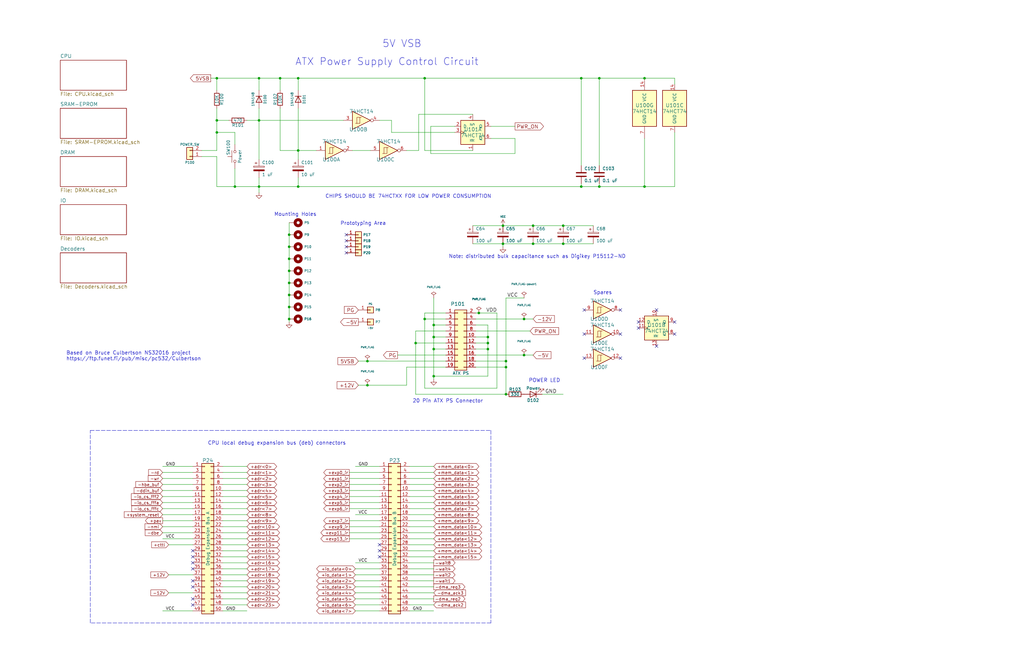
<source format=kicad_sch>
(kicad_sch (version 20211123) (generator eeschema)
  (paper "B")
  (lib_symbols
    (symbol "74xx:74HC14" (pin_names (offset 1.016))
      (property "Reference" "U" (at 0 1.27 0))
      (property "Value" "74HC14" (at 0 -1.27 0))
      (symbol "74HC14_1_0"
        (pin input line (at -7.62 0 0) (length 3.81) (name "~") (number "1"))
        (pin output inverted (at 7.62 0 180) (length 3.81) (name "~") (number "2"))
      )
      (symbol "74HC14_2_0"
        (pin input line (at -7.62 0 0) (length 3.81) (name "~") (number "3"))
        (pin output inverted (at 7.62 0 180) (length 3.81) (name "~") (number "4"))
      )
      (symbol "74HC14_3_0"
        (pin input line (at -7.62 0 0) (length 3.81) (name "~") (number "5"))
        (pin output inverted (at 7.62 0 180) (length 3.81) (name "~") (number "6"))
      )
      (symbol "74HC14_4_0"
        (pin output inverted (at 7.62 0 180) (length 3.81) (name "~") (number "8"))
        (pin input line (at -7.62 0 0) (length 3.81) (name "~") (number "9"))
      )
      (symbol "74HC14_5_0"
        (pin output inverted (at 7.62 0 180) (length 3.81) (name "~") (number "10"))
        (pin input line (at -7.62 0 0) (length 3.81) (name "~") (number "11"))
      )
      (symbol "74HC14_6_0"
        (pin output inverted (at 7.62 0 180) (length 3.81) (name "~") (number "12"))
        (pin input line (at -7.62 0 0) (length 3.81) (name "~") (number "13"))
      )
      (symbol "74HC14_7_0"
        (pin power_in line (at 0 12.7 270) (length 5.08) (name "VCC") (number "14"))
        (pin power_in line (at 0 -12.7 90) (length 5.08) (name "GND") (number "7"))
      )
    )
    (symbol "74xx:74HC74" (pin_names (offset 1.016))
      (property "Reference" "U" (at -7.62 8.89 0))
      (property "Value" "74HC74" (at -7.62 -8.89 0))
      (symbol "74HC74_1_0"
        (pin input line (at 0 -7.62 90) (length 2.54) (name "~{R}") (number "1"))
        (pin input line (at -7.62 2.54 0) (length 2.54) (name "D") (number "2"))
        (pin input clock (at -7.62 0 0) (length 2.54) (name "C") (number "3"))
        (pin input line (at 0 7.62 270) (length 2.54) (name "~{S}") (number "4"))
        (pin output line (at 7.62 2.54 180) (length 2.54) (name "Q") (number "5"))
        (pin output line (at 7.62 -2.54 180) (length 2.54) (name "~{Q}") (number "6"))
      )
      (symbol "74HC74_2_0"
        (pin input line (at 0 7.62 270) (length 2.54) (name "~{S}") (number "10"))
        (pin input clock (at -7.62 0 0) (length 2.54) (name "C") (number "11"))
        (pin input line (at -7.62 2.54 0) (length 2.54) (name "D") (number "12"))
        (pin input line (at 0 -7.62 90) (length 2.54) (name "~{R}") (number "13"))
        (pin output line (at 7.62 -2.54 180) (length 2.54) (name "~{Q}") (number "8"))
        (pin output line (at 7.62 2.54 180) (length 2.54) (name "Q") (number "9"))
      )
      (symbol "74HC74_3_0"
        (pin power_in line (at 0 10.16 270) (length 2.54) (name "VCC") (number "14"))
        (pin power_in line (at 0 -10.16 90) (length 2.54) (name "GND") (number "7"))
      )
    )
    (symbol "Connector_Generic:Conn_01x01" (pin_names (offset 1.016) hide)
      (property "Reference" "J" (at 0 2.54 0))
      (property "Value" "Conn_01x01" (at 0 -2.54 0))
      (symbol "Conn_01x01_1_1"
        (pin passive line (at -5.08 0 0) (length 3.81) (name "Pin_1") (number "1"))
      )
    )
    (symbol "Connector_Generic:Conn_01x02" (pin_names (offset 1.016) hide)
      (property "Reference" "J" (at 0 2.54 0))
      (property "Value" "Conn_01x02" (at 0 -5.08 0))
      (symbol "Conn_01x02_1_1"
        (pin passive line (at -5.08 0 0) (length 3.81) (name "Pin_1") (number "1"))
        (pin passive line (at -5.08 -2.54 0) (length 3.81) (name "Pin_2") (number "2"))
      )
    )
    (symbol "Connector_Generic:Conn_02x10_Odd_Even" (pin_names (offset 1.016) hide)
      (property "Reference" "J" (at 1.27 12.7 0))
      (property "Value" "Conn_02x10_Odd_Even" (at 1.27 -15.24 0))
      (symbol "Conn_02x10_Odd_Even_1_1"
        (pin passive line (at -5.08 10.16 0) (length 3.81) (name "Pin_1") (number "1"))
        (pin passive line (at 7.62 0 180) (length 3.81) (name "Pin_10") (number "10"))
        (pin passive line (at -5.08 -2.54 0) (length 3.81) (name "Pin_11") (number "11"))
        (pin passive line (at 7.62 -2.54 180) (length 3.81) (name "Pin_12") (number "12"))
        (pin passive line (at -5.08 -5.08 0) (length 3.81) (name "Pin_13") (number "13"))
        (pin passive line (at 7.62 -5.08 180) (length 3.81) (name "Pin_14") (number "14"))
        (pin passive line (at -5.08 -7.62 0) (length 3.81) (name "Pin_15") (number "15"))
        (pin passive line (at 7.62 -7.62 180) (length 3.81) (name "Pin_16") (number "16"))
        (pin passive line (at -5.08 -10.16 0) (length 3.81) (name "Pin_17") (number "17"))
        (pin passive line (at 7.62 -10.16 180) (length 3.81) (name "Pin_18") (number "18"))
        (pin passive line (at -5.08 -12.7 0) (length 3.81) (name "Pin_19") (number "19"))
        (pin passive line (at 7.62 10.16 180) (length 3.81) (name "Pin_2") (number "2"))
        (pin passive line (at 7.62 -12.7 180) (length 3.81) (name "Pin_20") (number "20"))
        (pin passive line (at -5.08 7.62 0) (length 3.81) (name "Pin_3") (number "3"))
        (pin passive line (at 7.62 7.62 180) (length 3.81) (name "Pin_4") (number "4"))
        (pin passive line (at -5.08 5.08 0) (length 3.81) (name "Pin_5") (number "5"))
        (pin passive line (at 7.62 5.08 180) (length 3.81) (name "Pin_6") (number "6"))
        (pin passive line (at -5.08 2.54 0) (length 3.81) (name "Pin_7") (number "7"))
        (pin passive line (at 7.62 2.54 180) (length 3.81) (name "Pin_8") (number "8"))
        (pin passive line (at -5.08 0 0) (length 3.81) (name "Pin_9") (number "9"))
      )
    )
    (symbol "Connector_Generic:Conn_02x25_Odd_Even" (pin_names (offset 1.016) hide)
      (property "Reference" "J" (at 1.27 33.02 0))
      (property "Value" "Conn_02x25_Odd_Even" (at 1.27 -33.02 0))
      (symbol "Conn_02x25_Odd_Even_1_1"
        (pin passive line (at -5.08 30.48 0) (length 3.81) (name "Pin_1") (number "1"))
        (pin passive line (at 7.62 20.32 180) (length 3.81) (name "Pin_10") (number "10"))
        (pin passive line (at -5.08 17.78 0) (length 3.81) (name "Pin_11") (number "11"))
        (pin passive line (at 7.62 17.78 180) (length 3.81) (name "Pin_12") (number "12"))
        (pin passive line (at -5.08 15.24 0) (length 3.81) (name "Pin_13") (number "13"))
        (pin passive line (at 7.62 15.24 180) (length 3.81) (name "Pin_14") (number "14"))
        (pin passive line (at -5.08 12.7 0) (length 3.81) (name "Pin_15") (number "15"))
        (pin passive line (at 7.62 12.7 180) (length 3.81) (name "Pin_16") (number "16"))
        (pin passive line (at -5.08 10.16 0) (length 3.81) (name "Pin_17") (number "17"))
        (pin passive line (at 7.62 10.16 180) (length 3.81) (name "Pin_18") (number "18"))
        (pin passive line (at -5.08 7.62 0) (length 3.81) (name "Pin_19") (number "19"))
        (pin passive line (at 7.62 30.48 180) (length 3.81) (name "Pin_2") (number "2"))
        (pin passive line (at 7.62 7.62 180) (length 3.81) (name "Pin_20") (number "20"))
        (pin passive line (at -5.08 5.08 0) (length 3.81) (name "Pin_21") (number "21"))
        (pin passive line (at 7.62 5.08 180) (length 3.81) (name "Pin_22") (number "22"))
        (pin passive line (at -5.08 2.54 0) (length 3.81) (name "Pin_23") (number "23"))
        (pin passive line (at 7.62 2.54 180) (length 3.81) (name "Pin_24") (number "24"))
        (pin passive line (at -5.08 0 0) (length 3.81) (name "Pin_25") (number "25"))
        (pin passive line (at 7.62 0 180) (length 3.81) (name "Pin_26") (number "26"))
        (pin passive line (at -5.08 -2.54 0) (length 3.81) (name "Pin_27") (number "27"))
        (pin passive line (at 7.62 -2.54 180) (length 3.81) (name "Pin_28") (number "28"))
        (pin passive line (at -5.08 -5.08 0) (length 3.81) (name "Pin_29") (number "29"))
        (pin passive line (at -5.08 27.94 0) (length 3.81) (name "Pin_3") (number "3"))
        (pin passive line (at 7.62 -5.08 180) (length 3.81) (name "Pin_30") (number "30"))
        (pin passive line (at -5.08 -7.62 0) (length 3.81) (name "Pin_31") (number "31"))
        (pin passive line (at 7.62 -7.62 180) (length 3.81) (name "Pin_32") (number "32"))
        (pin passive line (at -5.08 -10.16 0) (length 3.81) (name "Pin_33") (number "33"))
        (pin passive line (at 7.62 -10.16 180) (length 3.81) (name "Pin_34") (number "34"))
        (pin passive line (at -5.08 -12.7 0) (length 3.81) (name "Pin_35") (number "35"))
        (pin passive line (at 7.62 -12.7 180) (length 3.81) (name "Pin_36") (number "36"))
        (pin passive line (at -5.08 -15.24 0) (length 3.81) (name "Pin_37") (number "37"))
        (pin passive line (at 7.62 -15.24 180) (length 3.81) (name "Pin_38") (number "38"))
        (pin passive line (at -5.08 -17.78 0) (length 3.81) (name "Pin_39") (number "39"))
        (pin passive line (at 7.62 27.94 180) (length 3.81) (name "Pin_4") (number "4"))
        (pin passive line (at 7.62 -17.78 180) (length 3.81) (name "Pin_40") (number "40"))
        (pin passive line (at -5.08 -20.32 0) (length 3.81) (name "Pin_41") (number "41"))
        (pin passive line (at 7.62 -20.32 180) (length 3.81) (name "Pin_42") (number "42"))
        (pin passive line (at -5.08 -22.86 0) (length 3.81) (name "Pin_43") (number "43"))
        (pin passive line (at 7.62 -22.86 180) (length 3.81) (name "Pin_44") (number "44"))
        (pin passive line (at -5.08 -25.4 0) (length 3.81) (name "Pin_45") (number "45"))
        (pin passive line (at 7.62 -25.4 180) (length 3.81) (name "Pin_46") (number "46"))
        (pin passive line (at -5.08 -27.94 0) (length 3.81) (name "Pin_47") (number "47"))
        (pin passive line (at 7.62 -27.94 180) (length 3.81) (name "Pin_48") (number "48"))
        (pin passive line (at -5.08 -30.48 0) (length 3.81) (name "Pin_49") (number "49"))
        (pin passive line (at -5.08 25.4 0) (length 3.81) (name "Pin_5") (number "5"))
        (pin passive line (at 7.62 -30.48 180) (length 3.81) (name "Pin_50") (number "50"))
        (pin passive line (at 7.62 25.4 180) (length 3.81) (name "Pin_6") (number "6"))
        (pin passive line (at -5.08 22.86 0) (length 3.81) (name "Pin_7") (number "7"))
        (pin passive line (at 7.62 22.86 180) (length 3.81) (name "Pin_8") (number "8"))
        (pin passive line (at -5.08 20.32 0) (length 3.81) (name "Pin_9") (number "9"))
      )
    )
    (symbol "Device:C" (pin_numbers hide) (pin_names (offset 0.254))
      (property "Reference" "C" (at 0.635 2.54 0))
      (property "Value" "C" (at 0.635 -2.54 0))
      (symbol "C_1_1"
        (pin passive line (at 0 3.81 270) (length 2.794) (name "~") (number "1"))
        (pin passive line (at 0 -3.81 90) (length 2.794) (name "~") (number "2"))
      )
    )
    (symbol "Device:C_Polarized" (pin_numbers hide) (pin_names (offset 0.254))
      (property "Reference" "C" (at 0.635 2.54 0))
      (property "Value" "C_Polarized" (at 0.635 -2.54 0))
      (symbol "C_Polarized_1_1"
        (pin passive line (at 0 3.81 270) (length 2.794) (name "~") (number "1"))
        (pin passive line (at 0 -3.81 90) (length 2.794) (name "~") (number "2"))
      )
    )
    (symbol "Device:D" (pin_numbers hide) (pin_names (offset 1.016) hide)
      (property "Reference" "D" (at 0 2.54 0))
      (property "Value" "D" (at 0 -2.54 0))
      (symbol "D_1_1"
        (pin passive line (at -3.81 0 0) (length 2.54) (name "K") (number "1"))
        (pin passive line (at 3.81 0 180) (length 2.54) (name "A") (number "2"))
      )
    )
    (symbol "Device:LED" (pin_numbers hide) (pin_names (offset 1.016) hide)
      (property "Reference" "D" (at 0 2.54 0))
      (property "Value" "LED" (at 0 -2.54 0))
      (symbol "LED_1_1"
        (pin passive line (at -3.81 0 0) (length 2.54) (name "K") (number "1"))
        (pin passive line (at 3.81 0 180) (length 2.54) (name "A") (number "2"))
      )
    )
    (symbol "Device:R" (pin_numbers hide) (pin_names (offset 0))
      (property "Reference" "R" (at 2.032 0 90))
      (property "Value" "R" (at 0 0 90))
      (symbol "R_1_1"
        (pin passive line (at 0 3.81 270) (length 1.27) (name "~") (number "1"))
        (pin passive line (at 0 -3.81 90) (length 1.27) (name "~") (number "2"))
      )
    )
    (symbol "Mechanical:MountingHole_Pad" (pin_numbers hide) (pin_names (offset 1.016) hide)
      (property "Reference" "H" (at 0 6.35 0))
      (property "Value" "MountingHole_Pad" (at 0 4.445 0))
      (symbol "MountingHole_Pad_1_1"
        (pin input line (at 0 -2.54 90) (length 2.54) (name "1") (number "1"))
      )
    )
    (symbol "Switch:SW_Push" (pin_numbers hide) (pin_names (offset 1.016) hide)
      (property "Reference" "SW" (at 1.27 2.54 0))
      (property "Value" "SW_Push" (at 0 -1.524 0))
      (symbol "SW_Push_0_1"
        (pin passive line (at -5.08 0 0) (length 2.54) (name "1") (number "1"))
        (pin passive line (at 5.08 0 180) (length 2.54) (name "2") (number "2"))
      )
    )
    (symbol "power:GND" (power) (pin_names (offset 0))
      (property "Value" "GND" (at 0 -3.81 0))
      (symbol "GND_1_1"
        (pin power_in line (at 0 0 270) (length 0) hide (name "GND") (number "1"))
      )
    )
    (symbol "power:PWR_FLAG" (power) (pin_numbers hide) (pin_names (offset 0) hide)
      (property "Value" "PWR_FLAG" (at 0 3.81 0))
      (symbol "PWR_FLAG_0_0"
        (pin power_out line (at 0 0 90) (length 0) (name "pwr") (number "1"))
      )
    )
    (symbol "power:VCC" (power) (pin_names (offset 0))
      (property "Value" "VCC" (at 0 3.81 0))
      (symbol "VCC_1_1"
        (pin power_in line (at 0 0 90) (length 0) hide (name "VCC") (number "1"))
      )
    )
  )
  (junction (at 109.22 78.74))
  (junction (at 212.09 95.25))
  (junction (at 179.07 33.02))
  (junction (at 213.36 166.37))
  (junction (at 121.92 134.62))
  (junction (at 125.73 78.74))
  (junction (at 121.92 114.3))
  (junction (at 212.09 102.87))
  (junction (at 205.74 142.24))
  (junction (at 154.94 152.4))
  (junction (at 213.36 152.4))
  (junction (at 271.78 33.02))
  (junction (at 245.11 78.74))
  (junction (at 237.49 95.25))
  (junction (at 220.98 134.62))
  (junction (at 224.79 102.87))
  (junction (at 91.44 33.02))
  (junction (at 213.36 154.94))
  (junction (at 237.49 102.87))
  (junction (at 205.74 144.78))
  (junction (at 121.92 129.54))
  (junction (at 224.79 95.25))
  (junction (at 109.22 33.02))
  (junction (at 91.44 55.88))
  (junction (at 182.88 147.32))
  (junction (at 182.88 158.75))
  (junction (at 125.73 63.5))
  (junction (at 271.78 78.74))
  (junction (at 175.26 144.78))
  (junction (at 182.88 142.24))
  (junction (at 91.44 50.8))
  (junction (at 125.73 33.02))
  (junction (at 182.88 137.16))
  (junction (at 154.94 162.56))
  (junction (at 109.22 50.8))
  (junction (at 121.92 109.22))
  (junction (at 121.92 99.06))
  (junction (at 245.11 33.02))
  (junction (at 205.74 147.32))
  (junction (at 252.73 78.74))
  (junction (at 201.93 132.08))
  (junction (at 99.06 78.74))
  (junction (at 179.07 134.62))
  (junction (at 252.73 33.02))
  (junction (at 121.92 119.38))
  (junction (at 118.11 33.02))
  (junction (at 121.92 104.14))
  (junction (at 121.92 124.46))
  (junction (at 220.98 149.86))
  (no_connect (at 276.86 146.05))
  (no_connect (at 261.62 151.13))
  (no_connect (at 160.02 234.95))
  (no_connect (at 81.28 240.03))
  (no_connect (at 81.28 234.95))
  (no_connect (at 146.05 104.14))
  (no_connect (at 81.28 245.11))
  (no_connect (at 246.38 151.13))
  (no_connect (at 81.28 255.27))
  (no_connect (at 81.28 247.65))
  (no_connect (at 269.24 138.43))
  (no_connect (at 160.02 229.87))
  (no_connect (at 261.62 140.97))
  (no_connect (at 81.28 237.49))
  (no_connect (at 246.38 130.81))
  (no_connect (at 160.02 232.41))
  (no_connect (at 146.05 99.06))
  (no_connect (at 269.24 135.89))
  (no_connect (at 276.86 130.81))
  (no_connect (at 261.62 130.81))
  (no_connect (at 81.28 252.73))
  (no_connect (at 146.05 101.6))
  (no_connect (at 246.38 140.97))
  (no_connect (at 146.05 106.68))
  (no_connect (at 284.48 140.97))
  (no_connect (at 284.48 135.89))
  (no_connect (at 81.28 232.41))
  (wire (pts (xy 181.61 53.34) (xy 191.77 53.34)))
  (wire (pts (xy 172.72 212.09) (xy 182.88 212.09)))
  (wire (pts (xy 284.48 78.74) (xy 271.78 78.74)))
  (wire (pts (xy 171.45 63.5) (xy 176.53 63.5)))
  (wire (pts (xy 93.98 242.57) (xy 104.14 242.57)))
  (wire (pts (xy 109.22 50.8) (xy 144.78 50.8)))
  (wire (pts (xy 217.17 58.42) (xy 217.17 64.77)))
  (wire (pts (xy 181.61 64.77) (xy 181.61 53.34)))
  (wire (pts (xy 151.13 152.4) (xy 154.94 152.4)))
  (wire (pts (xy 151.13 162.56) (xy 154.94 162.56)))
  (wire (pts (xy 212.09 104.14) (xy 212.09 102.87)))
  (wire (pts (xy 81.28 199.39) (xy 68.58 199.39)))
  (wire (pts (xy 199.39 95.25) (xy 212.09 95.25)))
  (wire (pts (xy 209.55 163.83) (xy 209.55 132.08)))
  (wire (pts (xy 160.02 214.63) (xy 147.32 214.63)))
  (wire (pts (xy 160.02 227.33) (xy 147.32 227.33)))
  (wire (pts (xy 172.72 209.55) (xy 182.88 209.55)))
  (wire (pts (xy 200.66 152.4) (xy 213.36 152.4)))
  (wire (pts (xy 81.28 212.09) (xy 68.58 212.09)))
  (wire (pts (xy 160.02 209.55) (xy 147.32 209.55)))
  (wire (pts (xy 179.07 132.08) (xy 179.07 134.62)))
  (wire (pts (xy 200.66 134.62) (xy 220.98 134.62)))
  (wire (pts (xy 172.72 255.27) (xy 182.88 255.27)))
  (wire (pts (xy 91.44 33.02) (xy 91.44 38.1)))
  (wire (pts (xy 118.11 63.5) (xy 125.73 63.5)))
  (wire (pts (xy 160.02 199.39) (xy 147.32 199.39)))
  (wire (pts (xy 172.72 196.85) (xy 182.88 196.85)))
  (wire (pts (xy 160.02 247.65) (xy 149.86 247.65)))
  (wire (pts (xy 154.94 152.4) (xy 187.96 152.4)))
  (wire (pts (xy 109.22 50.8) (xy 109.22 67.31)))
  (wire (pts (xy 165.1 55.88) (xy 165.1 50.8)))
  (wire (pts (xy 81.28 204.47) (xy 68.58 204.47)))
  (wire (pts (xy 200.66 149.86) (xy 220.98 149.86)))
  (wire (pts (xy 182.88 242.57) (xy 172.72 242.57)))
  (wire (pts (xy 172.72 204.47) (xy 182.88 204.47)))
  (wire (pts (xy 224.79 102.87) (xy 237.49 102.87)))
  (wire (pts (xy 271.78 58.42) (xy 271.78 78.74)))
  (wire (pts (xy 205.74 137.16) (xy 200.66 137.16)))
  (wire (pts (xy 81.28 207.01) (xy 68.58 207.01)))
  (wire (pts (xy 172.72 252.73) (xy 182.88 252.73)))
  (wire (pts (xy 271.78 33.02) (xy 284.48 33.02)))
  (wire (pts (xy 182.88 158.75) (xy 182.88 160.02)))
  (wire (pts (xy 118.11 33.02) (xy 118.11 38.1)))
  (wire (pts (xy 91.44 33.02) (xy 109.22 33.02)))
  (wire (pts (xy 91.44 55.88) (xy 99.06 55.88)))
  (wire (pts (xy 182.88 142.24) (xy 182.88 147.32)))
  (wire (pts (xy 172.72 222.25) (xy 182.88 222.25)))
  (wire (pts (xy 175.26 139.7) (xy 175.26 144.78)))
  (wire (pts (xy 148.59 63.5) (xy 156.21 63.5)))
  (wire (pts (xy 252.73 77.47) (xy 252.73 78.74)))
  (wire (pts (xy 91.44 66.04) (xy 91.44 78.74)))
  (wire (pts (xy 93.98 227.33) (xy 104.14 227.33)))
  (wire (pts (xy 172.72 201.93) (xy 182.88 201.93)))
  (wire (pts (xy 245.11 33.02) (xy 252.73 33.02)))
  (wire (pts (xy 213.36 154.94) (xy 200.66 154.94)))
  (wire (pts (xy 205.74 158.75) (xy 182.88 158.75)))
  (wire (pts (xy 172.72 199.39) (xy 182.88 199.39)))
  (wire (pts (xy 68.58 222.25) (xy 81.28 222.25)))
  (wire (pts (xy 160.02 212.09) (xy 147.32 212.09)))
  (wire (pts (xy 172.72 250.19) (xy 182.88 250.19)))
  (wire (pts (xy 171.45 154.94) (xy 187.96 154.94)))
  (wire (pts (xy 160.02 201.93) (xy 147.32 201.93)))
  (wire (pts (xy 182.88 137.16) (xy 187.96 137.16)))
  (wire (pts (xy 85.09 63.5) (xy 91.44 63.5)))
  (wire (pts (xy 182.88 147.32) (xy 182.88 158.75)))
  (wire (pts (xy 179.07 134.62) (xy 179.07 163.83)))
  (wire (pts (xy 68.58 224.79) (xy 81.28 224.79)))
  (wire (pts (xy 93.98 207.01) (xy 104.14 207.01)))
  (wire (pts (xy 93.98 201.93) (xy 104.14 201.93)))
  (wire (pts (xy 118.11 45.72) (xy 118.11 63.5)))
  (wire (pts (xy 175.26 166.37) (xy 213.36 166.37)))
  (wire (pts (xy 160.02 255.27) (xy 149.86 255.27)))
  (wire (pts (xy 93.98 224.79) (xy 104.14 224.79)))
  (wire (pts (xy 93.98 255.27) (xy 104.14 255.27)))
  (wire (pts (xy 220.98 134.62) (xy 224.79 134.62)))
  (wire (pts (xy 201.93 132.08) (xy 200.66 132.08)))
  (wire (pts (xy 93.98 196.85) (xy 104.14 196.85)))
  (wire (pts (xy 200.66 147.32) (xy 205.74 147.32)))
  (wire (pts (xy 125.73 78.74) (xy 245.11 78.74)))
  (wire (pts (xy 212.09 95.25) (xy 224.79 95.25)))
  (wire (pts (xy 149.86 217.17) (xy 160.02 217.17)))
  (wire (pts (xy 93.98 240.03) (xy 104.14 240.03)))
  (wire (pts (xy 213.36 152.4) (xy 213.36 154.94)))
  (wire (pts (xy 93.98 209.55) (xy 104.14 209.55)))
  (wire (pts (xy 81.28 217.17) (xy 68.58 217.17)))
  (wire (pts (xy 91.44 50.8) (xy 91.44 55.88)))
  (wire (pts (xy 68.58 219.71) (xy 81.28 219.71)))
  (polyline (pts (xy 207.01 262.89) (xy 38.1 262.89)))
  (wire (pts (xy 207.01 53.34) (xy 217.17 53.34)))
  (wire (pts (xy 109.22 33.02) (xy 118.11 33.02)))
  (wire (pts (xy 245.11 78.74) (xy 252.73 78.74)))
  (wire (pts (xy 205.74 137.16) (xy 205.74 142.24)))
  (wire (pts (xy 245.11 77.47) (xy 245.11 78.74)))
  (wire (pts (xy 160.02 252.73) (xy 149.86 252.73)))
  (wire (pts (xy 93.98 245.11) (xy 104.14 245.11)))
  (wire (pts (xy 182.88 237.49) (xy 172.72 237.49)))
  (wire (pts (xy 81.28 250.19) (xy 71.12 250.19)))
  (wire (pts (xy 85.09 66.04) (xy 91.44 66.04)))
  (wire (pts (xy 81.28 242.57) (xy 71.12 242.57)))
  (wire (pts (xy 181.61 64.77) (xy 217.17 64.77)))
  (wire (pts (xy 187.96 149.86) (xy 167.64 149.86)))
  (wire (pts (xy 182.88 257.81) (xy 172.72 257.81)))
  (wire (pts (xy 199.39 63.5) (xy 179.07 63.5)))
  (wire (pts (xy 175.26 144.78) (xy 175.26 166.37)))
  (wire (pts (xy 93.98 234.95) (xy 104.14 234.95)))
  (wire (pts (xy 172.72 234.95) (xy 182.88 234.95)))
  (wire (pts (xy 160.02 242.57) (xy 149.86 242.57)))
  (wire (pts (xy 93.98 219.71) (xy 104.14 219.71)))
  (wire (pts (xy 212.09 102.87) (xy 224.79 102.87)))
  (wire (pts (xy 182.88 240.03) (xy 172.72 240.03)))
  (wire (pts (xy 121.92 109.22) (xy 121.92 114.3)))
  (wire (pts (xy 224.79 95.25) (xy 237.49 95.25)))
  (wire (pts (xy 125.73 74.93) (xy 125.73 78.74)))
  (wire (pts (xy 252.73 33.02) (xy 271.78 33.02)))
  (wire (pts (xy 172.72 219.71) (xy 182.88 219.71)))
  (wire (pts (xy 252.73 33.02) (xy 252.73 69.85)))
  (wire (pts (xy 109.22 78.74) (xy 125.73 78.74)))
  (wire (pts (xy 213.36 154.94) (xy 213.36 166.37)))
  (polyline (pts (xy 38.1 262.89) (xy 38.1 181.61)))
  (wire (pts (xy 121.92 134.62) (xy 121.92 135.89)))
  (wire (pts (xy 160.02 250.19) (xy 149.86 250.19)))
  (wire (pts (xy 172.72 217.17) (xy 182.88 217.17)))
  (wire (pts (xy 207.01 58.42) (xy 217.17 58.42)))
  (wire (pts (xy 160.02 222.25) (xy 147.32 222.25)))
  (wire (pts (xy 237.49 102.87) (xy 250.19 102.87)))
  (wire (pts (xy 160.02 257.81) (xy 149.86 257.81)))
  (wire (pts (xy 99.06 78.74) (xy 109.22 78.74)))
  (wire (pts (xy 160.02 240.03) (xy 149.86 240.03)))
  (wire (pts (xy 81.28 214.63) (xy 68.58 214.63)))
  (wire (pts (xy 160.02 50.8) (xy 165.1 50.8)))
  (wire (pts (xy 104.14 257.81) (xy 93.98 257.81)))
  (wire (pts (xy 220.98 149.86) (xy 224.79 149.86)))
  (wire (pts (xy 121.92 129.54) (xy 121.92 134.62)))
  (wire (pts (xy 160.02 219.71) (xy 147.32 219.71)))
  (wire (pts (xy 179.07 134.62) (xy 187.96 134.62)))
  (wire (pts (xy 125.73 45.72) (xy 125.73 63.5)))
  (wire (pts (xy 172.72 207.01) (xy 182.88 207.01)))
  (wire (pts (xy 237.49 95.25) (xy 250.19 95.25)))
  (wire (pts (xy 121.92 114.3) (xy 121.92 119.38)))
  (wire (pts (xy 99.06 71.12) (xy 99.06 78.74)))
  (wire (pts (xy 199.39 102.87) (xy 212.09 102.87)))
  (wire (pts (xy 205.74 147.32) (xy 205.74 158.75)))
  (wire (pts (xy 125.73 33.02) (xy 179.07 33.02)))
  (wire (pts (xy 182.88 137.16) (xy 182.88 142.24)))
  (wire (pts (xy 179.07 163.83) (xy 209.55 163.83)))
  (wire (pts (xy 172.72 224.79) (xy 182.88 224.79)))
  (wire (pts (xy 88.9 33.02) (xy 91.44 33.02)))
  (wire (pts (xy 93.98 250.19) (xy 104.14 250.19)))
  (wire (pts (xy 93.98 252.73) (xy 104.14 252.73)))
  (wire (pts (xy 171.45 162.56) (xy 171.45 154.94)))
  (wire (pts (xy 199.39 48.26) (xy 176.53 48.26)))
  (wire (pts (xy 125.73 63.5) (xy 125.73 67.31)))
  (wire (pts (xy 160.02 196.85) (xy 149.86 196.85)))
  (wire (pts (xy 213.36 125.73) (xy 213.36 152.4)))
  (wire (pts (xy 121.92 93.98) (xy 121.92 99.06)))
  (wire (pts (xy 91.44 45.72) (xy 91.44 50.8)))
  (wire (pts (xy 109.22 45.72) (xy 109.22 50.8)))
  (wire (pts (xy 81.28 229.87) (xy 71.12 229.87)))
  (wire (pts (xy 91.44 55.88) (xy 91.44 63.5)))
  (wire (pts (xy 172.72 232.41) (xy 182.88 232.41)))
  (wire (pts (xy 68.58 227.33) (xy 81.28 227.33)))
  (polyline (pts (xy 207.01 181.61) (xy 207.01 262.89)))
  (wire (pts (xy 172.72 247.65) (xy 182.88 247.65)))
  (wire (pts (xy 160.02 245.11) (xy 149.86 245.11)))
  (wire (pts (xy 172.72 229.87) (xy 182.88 229.87)))
  (wire (pts (xy 104.14 50.8) (xy 109.22 50.8)))
  (wire (pts (xy 205.74 142.24) (xy 205.74 144.78)))
  (wire (pts (xy 81.28 196.85) (xy 68.58 196.85)))
  (wire (pts (xy 284.48 55.88) (xy 284.48 78.74)))
  (wire (pts (xy 93.98 232.41) (xy 104.14 232.41)))
  (wire (pts (xy 93.98 237.49) (xy 104.14 237.49)))
  (wire (pts (xy 154.94 162.56) (xy 171.45 162.56)))
  (wire (pts (xy 175.26 139.7) (xy 187.96 139.7)))
  (wire (pts (xy 172.72 214.63) (xy 182.88 214.63)))
  (wire (pts (xy 118.11 33.02) (xy 125.73 33.02)))
  (wire (pts (xy 160.02 204.47) (xy 147.32 204.47)))
  (wire (pts (xy 121.92 99.06) (xy 121.92 104.14)))
  (wire (pts (xy 182.88 147.32) (xy 187.96 147.32)))
  (wire (pts (xy 149.86 237.49) (xy 160.02 237.49)))
  (wire (pts (xy 179.07 33.02) (xy 179.07 63.5)))
  (wire (pts (xy 93.98 204.47) (xy 104.14 204.47)))
  (wire (pts (xy 93.98 217.17) (xy 104.14 217.17)))
  (wire (pts (xy 176.53 48.26) (xy 176.53 63.5)))
  (wire (pts (xy 205.74 142.24) (xy 200.66 142.24)))
  (wire (pts (xy 182.88 125.73) (xy 182.88 137.16)))
  (wire (pts (xy 179.07 132.08) (xy 187.96 132.08)))
  (wire (pts (xy 175.26 144.78) (xy 187.96 144.78)))
  (polyline (pts (xy 38.1 181.61) (xy 207.01 181.61)))
  (wire (pts (xy 68.58 257.81) (xy 81.28 257.81)))
  (wire (pts (xy 160.02 224.79) (xy 147.32 224.79)))
  (wire (pts (xy 93.98 214.63) (xy 104.14 214.63)))
  (wire (pts (xy 209.55 132.08) (xy 201.93 132.08)))
  (wire (pts (xy 93.98 229.87) (xy 104.14 229.87)))
  (wire (pts (xy 172.72 227.33) (xy 182.88 227.33)))
  (wire (pts (xy 93.98 212.09) (xy 104.14 212.09)))
  (wire (pts (xy 182.88 142.24) (xy 187.96 142.24)))
  (wire (pts (xy 284.48 33.02) (xy 284.48 35.56)))
  (wire (pts (xy 121.92 104.14) (xy 121.92 109.22)))
  (wire (pts (xy 81.28 209.55) (xy 68.58 209.55)))
  (wire (pts (xy 271.78 78.74) (xy 252.73 78.74)))
  (wire (pts (xy 81.28 201.93) (xy 68.58 201.93)))
  (wire (pts (xy 109.22 33.02) (xy 109.22 38.1)))
  (wire (pts (xy 205.74 144.78) (xy 200.66 144.78)))
  (wire (pts (xy 245.11 33.02) (xy 245.11 69.85)))
  (wire (pts (xy 109.22 74.93) (xy 109.22 78.74)))
  (wire (pts (xy 121.92 119.38) (xy 121.92 124.46)))
  (wire (pts (xy 91.44 78.74) (xy 99.06 78.74)))
  (wire (pts (xy 121.92 124.46) (xy 121.92 129.54)))
  (wire (pts (xy 179.07 33.02) (xy 245.11 33.02)))
  (wire (pts (xy 205.74 144.78) (xy 205.74 147.32)))
  (wire (pts (xy 93.98 247.65) (xy 104.14 247.65)))
  (wire (pts (xy 165.1 55.88) (xy 191.77 55.88)))
  (wire (pts (xy 182.88 245.11) (xy 172.72 245.11)))
  (wire (pts (xy 237.49 166.37) (xy 228.6 166.37)))
  (wire (pts (xy 200.66 139.7) (xy 223.52 139.7)))
  (wire (pts (xy 99.06 55.88) (xy 99.06 60.96)))
  (wire (pts (xy 93.98 199.39) (xy 104.14 199.39)))
  (wire (pts (xy 91.44 50.8) (xy 96.52 50.8)))
  (wire (pts (xy 125.73 63.5) (xy 133.35 63.5)))
  (wire (pts (xy 93.98 222.25) (xy 104.14 222.25)))
  (wire (pts (xy 160.02 207.01) (xy 147.32 207.01)))
  (wire (pts (xy 109.22 78.74) (xy 109.22 81.28)))
  (wire (pts (xy 213.36 125.73) (xy 220.98 125.73)))
  (wire (pts (xy 125.73 33.02) (xy 125.73 38.1)))
  (text "Prototyping Area" (at 143.51 95.25 0) (effects (font (size 1.524 1.524)) (justify left bottom)))
  (text "Based on Bruce Culbertson NS32016 project\nhttps://ftp.funet.fi/pub/misc/pc532/Culbertson" (at 27.94 152.4 0) (effects (font (size 1.524 1.524)) (justify left bottom)))
  (text "Spares" (at 250.19 124.46 0) (effects (font (size 1.524 1.524)) (justify left bottom)))
  (text "Note: distributed bulk capacitance such as Digikey P15112-ND" (at 189.23 109.22 0) (effects (font (size 1.524 1.524)) (justify left bottom)))
  (text "5V VSB" (at 177.8 20.32 180) (effects (font (size 3.048 3.048)) (justify right bottom)))
  (text "ATX Power Supply Control Circuit" (at 124.46 27.94 0) (effects (font (size 3.048 3.048)) (justify left bottom)))
  (text "20 Pin ATX PS Connector" (at 173.99 170.18 0) (effects (font (size 1.524 1.524)) (justify left bottom)))
  (text "POWER LED" (at 236.22 161.544 180) (effects (font (size 1.524 1.524)) (justify right bottom)))
  (text "CHIPS SHOULD BE 74HCTXX FOR LOW POWER CONSUMPTION" (at 137.16 83.82 0) (effects (font (size 1.524 1.524)) (justify left bottom)))
  (text "CPU local debug expansion bus (deb) connectors" (at 87.63 187.96 0) (effects (font (size 1.524 1.524)) (justify left bottom)))
  (text "Mounting Holes" (at 115.57 91.44 0) (effects (font (size 1.524 1.524)) (justify left bottom)))
  (label "VCC" (at 151.13 217.17 0))
  (label "GND" (at 229.87 166.37 0) (effects (font (size 1.524 1.524))))
  (label "GND" (at 151.13 196.85 0))
  (label "GND" (at 95.25 257.81 0))
  (label "VCC" (at 218.44 125.73 180) (effects (font (size 1.524 1.524))))
  (label "GND" (at 69.85 196.85 0))
  (label "VCC" (at 69.85 227.33 0))
  (label "VDD" (at 209.55 132.08 180) (effects (font (size 1.524 1.524))))
  (label "VCC" (at 69.85 257.81 0))
  (label "VCC" (at 151.13 237.49 0))
  (label "GND" (at 173.99 257.81 0))
  (global_label "+io_data<0>" (shape bidirectional) (at 149.86 240.03 180) (property "Intersheet References" "${INTERSHEET_REFS}" (effects hide)))
  (global_label "+mem_data<8>" (shape bidirectional) (at 182.88 217.17 0) (property "Intersheet References" "${INTERSHEET_REFS}" (effects hide)))
  (global_label "+adr<23>" (shape bidirectional) (at 104.14 255.27 0) (property "Intersheet References" "${INTERSHEET_REFS}" (effects hide)))
  (global_label "+adr<11>" (shape bidirectional) (at 104.14 224.79 0) (property "Intersheet References" "${INTERSHEET_REFS}" (effects hide)))
  (global_label "-12V" (shape input) (at 71.12 250.19 180) (property "Intersheet References" "${INTERSHEET_REFS}" (effects hide)))
  (global_label "+pav" (shape output) (at 68.58 219.71 180) (property "Intersheet References" "${INTERSHEET_REFS}" (effects hide)))
  (global_label "+mem_data<1>" (shape bidirectional) (at 182.88 199.39 0) (property "Intersheet References" "${INTERSHEET_REFS}" (effects hide)))
  (global_label "+mem_data<13>" (shape bidirectional) (at 182.88 229.87 0) (property "Intersheet References" "${INTERSHEET_REFS}" (effects hide)))
  (global_label "+exp9_ir" (shape output) (at 147.32 222.25 180) (property "Intersheet References" "${INTERSHEET_REFS}" (effects hide)))
  (global_label "PWR_ON" (shape output) (at 217.17 53.34 0) (effects (font (size 1.524 1.524))) (property "Intersheet References" "${INTERSHEET_REFS}" (effects hide)))
  (global_label "+adr<4>" (shape bidirectional) (at 104.14 207.01 0) (property "Intersheet References" "${INTERSHEET_REFS}" (effects hide)))
  (global_label "+exp2_ir" (shape output) (at 147.32 204.47 180) (property "Intersheet References" "${INTERSHEET_REFS}" (effects hide)))
  (global_label "+io_data<1>" (shape bidirectional) (at 149.86 242.57 180) (property "Intersheet References" "${INTERSHEET_REFS}" (effects hide)))
  (global_label "+adr<10>" (shape bidirectional) (at 104.14 222.25 0) (property "Intersheet References" "${INTERSHEET_REFS}" (effects hide)))
  (global_label "+adr<14>" (shape bidirectional) (at 104.14 232.41 0) (property "Intersheet References" "${INTERSHEET_REFS}" (effects hide)))
  (global_label "+adr<17>" (shape bidirectional) (at 104.14 240.03 0) (property "Intersheet References" "${INTERSHEET_REFS}" (effects hide)))
  (global_label "+adr<1>" (shape bidirectional) (at 104.14 199.39 0) (property "Intersheet References" "${INTERSHEET_REFS}" (effects hide)))
  (global_label "+io_data<3>" (shape bidirectional) (at 149.86 247.65 180) (property "Intersheet References" "${INTERSHEET_REFS}" (effects hide)))
  (global_label "+12V" (shape input) (at 151.13 162.56 180) (effects (font (size 1.524 1.524))) (property "Intersheet References" "${INTERSHEET_REFS}" (effects hide)))
  (global_label "+io_data<2>" (shape bidirectional) (at 149.86 245.11 180) (property "Intersheet References" "${INTERSHEET_REFS}" (effects hide)))
  (global_label "-5V" (shape input) (at 224.79 149.86 0) (effects (font (size 1.524 1.524))) (property "Intersheet References" "${INTERSHEET_REFS}" (effects hide)))
  (global_label "+adr<5>" (shape bidirectional) (at 104.14 209.55 0) (property "Intersheet References" "${INTERSHEET_REFS}" (effects hide)))
  (global_label "-5V" (shape output) (at 151.13 135.89 180) (effects (font (size 1.524 1.524))) (property "Intersheet References" "${INTERSHEET_REFS}" (effects hide)))
  (global_label "+exp0_ir" (shape output) (at 147.32 199.39 180) (property "Intersheet References" "${INTERSHEET_REFS}" (effects hide)))
  (global_label "+io_data<4>" (shape bidirectional) (at 149.86 250.19 180) (property "Intersheet References" "${INTERSHEET_REFS}" (effects hide)))
  (global_label "+exp7_ir" (shape output) (at 147.32 219.71 180) (property "Intersheet References" "${INTERSHEET_REFS}" (effects hide)))
  (global_label "+adr<12>" (shape bidirectional) (at 104.14 227.33 0) (property "Intersheet References" "${INTERSHEET_REFS}" (effects hide)))
  (global_label "-dma_req2" (shape output) (at 182.88 252.73 0) (property "Intersheet References" "${INTERSHEET_REFS}" (effects hide)))
  (global_label "+mem_data<15>" (shape bidirectional) (at 182.88 234.95 0) (property "Intersheet References" "${INTERSHEET_REFS}" (effects hide)))
  (global_label "+exp11_ir" (shape output) (at 147.32 224.79 180) (property "Intersheet References" "${INTERSHEET_REFS}" (effects hide)))
  (global_label "+adr<9>" (shape bidirectional) (at 104.14 219.71 0) (property "Intersheet References" "${INTERSHEET_REFS}" (effects hide)))
  (global_label "+mem_data<4>" (shape bidirectional) (at 182.88 207.01 0) (property "Intersheet References" "${INTERSHEET_REFS}" (effects hide)))
  (global_label "+adr<22>" (shape bidirectional) (at 104.14 252.73 0) (property "Intersheet References" "${INTERSHEET_REFS}" (effects hide)))
  (global_label "+exp13_ir" (shape output) (at 147.32 227.33 180) (property "Intersheet References" "${INTERSHEET_REFS}" (effects hide)))
  (global_label "-dma_ack3" (shape input) (at 182.88 250.19 0) (property "Intersheet References" "${INTERSHEET_REFS}" (effects hide)))
  (global_label "+adr<3>" (shape bidirectional) (at 104.14 204.47 0) (property "Intersheet References" "${INTERSHEET_REFS}" (effects hide)))
  (global_label "+mem_data<11>" (shape bidirectional) (at 182.88 224.79 0) (property "Intersheet References" "${INTERSHEET_REFS}" (effects hide)))
  (global_label "+adr<8>" (shape bidirectional) (at 104.14 217.17 0) (property "Intersheet References" "${INTERSHEET_REFS}" (effects hide)))
  (global_label "+mem_data<0>" (shape bidirectional) (at 182.88 196.85 0) (property "Intersheet References" "${INTERSHEET_REFS}" (effects hide)))
  (global_label "+adr<20>" (shape bidirectional) (at 104.14 247.65 0) (property "Intersheet References" "${INTERSHEET_REFS}" (effects hide)))
  (global_label "-nmi" (shape input) (at 68.58 222.25 180) (property "Intersheet References" "${INTERSHEET_REFS}" (effects hide)))
  (global_label "+cttl" (shape input) (at 71.12 229.87 180) (property "Intersheet References" "${INTERSHEET_REFS}" (effects hide)))
  (global_label "+mem_data<9>" (shape bidirectional) (at 182.88 219.71 0) (property "Intersheet References" "${INTERSHEET_REFS}" (effects hide)))
  (global_label "+adr<15>" (shape bidirectional) (at 104.14 234.95 0) (property "Intersheet References" "${INTERSHEET_REFS}" (effects hide)))
  (global_label "+12V" (shape input) (at 71.12 242.57 180) (property "Intersheet References" "${INTERSHEET_REFS}" (effects hide)))
  (global_label "-wait2" (shape output) (at 182.88 242.57 0) (property "Intersheet References" "${INTERSHEET_REFS}" (effects hide)))
  (global_label "+exp6_ir" (shape output) (at 147.32 214.63 180) (property "Intersheet References" "${INTERSHEET_REFS}" (effects hide)))
  (global_label "+adr<0>" (shape bidirectional) (at 104.14 196.85 0) (property "Intersheet References" "${INTERSHEET_REFS}" (effects hide)))
  (global_label "-hbe_buf" (shape input) (at 68.58 204.47 180) (property "Intersheet References" "${INTERSHEET_REFS}" (effects hide)))
  (global_label "PG" (shape output) (at 167.64 149.86 180) (effects (font (size 1.524 1.524))) (property "Intersheet References" "${INTERSHEET_REFS}" (effects hide)))
  (global_label "-dbe" (shape input) (at 68.58 224.79 180) (property "Intersheet References" "${INTERSHEET_REFS}" (effects hide)))
  (global_label "-ddin_buf" (shape input) (at 68.58 207.01 180) (property "Intersheet References" "${INTERSHEET_REFS}" (effects hide)))
  (global_label "+mem_data<7>" (shape bidirectional) (at 182.88 214.63 0) (property "Intersheet References" "${INTERSHEET_REFS}" (effects hide)))
  (global_label "+adr<13>" (shape bidirectional) (at 104.14 229.87 0) (property "Intersheet References" "${INTERSHEET_REFS}" (effects hide)))
  (global_label "+adr<21>" (shape bidirectional) (at 104.14 250.19 0) (property "Intersheet References" "${INTERSHEET_REFS}" (effects hide)))
  (global_label "+adr<18>" (shape bidirectional) (at 104.14 242.57 0) (property "Intersheet References" "${INTERSHEET_REFS}" (effects hide)))
  (global_label "+adr<6>" (shape bidirectional) (at 104.14 212.09 0) (property "Intersheet References" "${INTERSHEET_REFS}" (effects hide)))
  (global_label "-dma_ack2" (shape input) (at 182.88 255.27 0) (property "Intersheet References" "${INTERSHEET_REFS}" (effects hide)))
  (global_label "-io_cs_fff2" (shape input) (at 68.58 209.55 180) (property "Intersheet References" "${INTERSHEET_REFS}" (effects hide)))
  (global_label "+adr<7>" (shape bidirectional) (at 104.14 214.63 0) (property "Intersheet References" "${INTERSHEET_REFS}" (effects hide)))
  (global_label "-dma_req3" (shape output) (at 182.88 247.65 0) (property "Intersheet References" "${INTERSHEET_REFS}" (effects hide)))
  (global_label "+mem_data<5>" (shape bidirectional) (at 182.88 209.55 0) (property "Intersheet References" "${INTERSHEET_REFS}" (effects hide)))
  (global_label "+exp1_ir" (shape output) (at 147.32 201.93 180) (property "Intersheet References" "${INTERSHEET_REFS}" (effects hide)))
  (global_label "5VSB" (shape output) (at 88.9 33.02 180) (effects (font (size 1.524 1.524))) (property "Intersheet References" "${INTERSHEET_REFS}" (effects hide)))
  (global_label "+mem_data<2>" (shape bidirectional) (at 182.88 201.93 0) (property "Intersheet References" "${INTERSHEET_REFS}" (effects hide)))
  (global_label "-io_cs_fffc" (shape input) (at 68.58 214.63 180) (property "Intersheet References" "${INTERSHEET_REFS}" (effects hide)))
  (global_label "PWR_ON" (shape input) (at 223.52 139.7 0) (effects (font (size 1.524 1.524))) (property "Intersheet References" "${INTERSHEET_REFS}" (effects hide)))
  (global_label "+io_data<7>" (shape bidirectional) (at 149.86 257.81 180) (property "Intersheet References" "${INTERSHEET_REFS}" (effects hide)))
  (global_label "-rd" (shape input) (at 68.58 199.39 180) (property "Intersheet References" "${INTERSHEET_REFS}" (effects hide)))
  (global_label "+adr<2>" (shape bidirectional) (at 104.14 201.93 0) (property "Intersheet References" "${INTERSHEET_REFS}" (effects hide)))
  (global_label "+system_reset" (shape input) (at 68.58 217.17 180) (property "Intersheet References" "${INTERSHEET_REFS}" (effects hide)))
  (global_label "-io_cs_fffa" (shape input) (at 68.58 212.09 180) (property "Intersheet References" "${INTERSHEET_REFS}" (effects hide)))
  (global_label "+exp4_ir" (shape output) (at 147.32 209.55 180) (property "Intersheet References" "${INTERSHEET_REFS}" (effects hide)))
  (global_label "+io_data<6>" (shape bidirectional) (at 149.86 255.27 180) (property "Intersheet References" "${INTERSHEET_REFS}" (effects hide)))
  (global_label "+exp5_ir" (shape output) (at 147.32 212.09 180) (property "Intersheet References" "${INTERSHEET_REFS}" (effects hide)))
  (global_label "+mem_data<14>" (shape bidirectional) (at 182.88 232.41 0) (property "Intersheet References" "${INTERSHEET_REFS}" (effects hide)))
  (global_label "+exp3_ir" (shape output) (at 147.32 207.01 180) (property "Intersheet References" "${INTERSHEET_REFS}" (effects hide)))
  (global_label "-12V" (shape input) (at 224.79 134.62 0) (effects (font (size 1.524 1.524))) (property "Intersheet References" "${INTERSHEET_REFS}" (effects hide)))
  (global_label "+mem_data<12>" (shape bidirectional) (at 182.88 227.33 0) (property "Intersheet References" "${INTERSHEET_REFS}" (effects hide)))
  (global_label "+mem_data<10>" (shape bidirectional) (at 182.88 222.25 0) (property "Intersheet References" "${INTERSHEET_REFS}" (effects hide)))
  (global_label "+mem_data<6>" (shape bidirectional) (at 182.88 212.09 0) (property "Intersheet References" "${INTERSHEET_REFS}" (effects hide)))
  (global_label "-wait8" (shape output) (at 182.88 237.49 0) (property "Intersheet References" "${INTERSHEET_REFS}" (effects hide)))
  (global_label "5VSB" (shape input) (at 151.13 152.4 180) (effects (font (size 1.524 1.524))) (property "Intersheet References" "${INTERSHEET_REFS}" (effects hide)))
  (global_label "PG" (shape input) (at 151.13 130.81 180) (effects (font (size 1.524 1.524))) (property "Intersheet References" "${INTERSHEET_REFS}" (effects hide)))
  (global_label "+io_data<5>" (shape bidirectional) (at 149.86 252.73 180) (property "Intersheet References" "${INTERSHEET_REFS}" (effects hide)))
  (global_label "-wait1" (shape output) (at 182.88 245.11 0) (property "Intersheet References" "${INTERSHEET_REFS}" (effects hide)))
  (global_label "+mem_data<3>" (shape bidirectional) (at 182.88 204.47 0) (property "Intersheet References" "${INTERSHEET_REFS}" (effects hide)))
  (global_label "-wr" (shape input) (at 68.58 201.93 180) (property "Intersheet References" "${INTERSHEET_REFS}" (effects hide)))
  (global_label "+adr<16>" (shape bidirectional) (at 104.14 237.49 0) (property "Intersheet References" "${INTERSHEET_REFS}" (effects hide)))
  (global_label "+adr<19>" (shape bidirectional) (at 104.14 245.11 0) (property "Intersheet References" "${INTERSHEET_REFS}" (effects hide)))
  (global_label "-wait4" (shape output) (at 182.88 240.03 0) (property "Intersheet References" "${INTERSHEET_REFS}" (effects hide)))
  (symbol (lib_id "power:PWR_FLAG") (at 182.88 125.73 0) (unit 1)
    (property "Reference" "#GND01" (effects hide))
    (property "Value" "PWR_FLAG" (at 182.88 121.158 0) (effects (font (size 0.762 0.762))))
  )
  (symbol (lib_id "Connector_Generic:Conn_02x10_Odd_Even") (at 193.04 142.24 0) (unit 1)
    (property "Reference" "P101" (at 193.04 128.27 0) (effects (font (size 1.524 1.524))))
    (property "Value" "ATX PS" (at 194.31 157.48 0))
    (property "Footprint" "ATX-PS:ATX_NON_90DEG" (effects hide))
  )
  (symbol (lib_id "power:PWR_FLAG") (at 154.94 152.4 0) (unit 1)
    (property "Reference" "#FLG02" (effects hide))
    (property "Value" "PWR_FLAG" (at 154.94 146.558 0) (effects (font (size 0.762 0.762))))
  )
  (symbol (lib_id "power:PWR_FLAG") (at 220.98 125.73 0) (unit 1)
    (property "Reference" "#FLG03" (effects hide))
    (property "Value" "PWR_FLAG-power1" (at 220.98 119.888 0) (effects (font (size 0.762 0.762))))
  )
  (symbol (lib_id "Switch:SW_Push") (at 99.06 66.04 90) (unit 1)
    (property "Reference" "SW100" (at 96.266 62.23 0))
    (property "Value" "Power" (at 101.092 66.04 0))
    (property "Footprint" "Button_Switch_THT:SW_PUSH_6mm" (effects hide))
  )
  (symbol (lib_id "74xx:74HC14") (at 254 151.13 0) (unit 6)
    (property "Reference" "U100" (at 252.73 154.94 0) (effects (font (size 1.524 1.524))))
    (property "Value" "74HCT14" (at 254 147.32 0) (effects (font (size 1.524 1.524))))
    (property "Footprint" "Package_DIP:DIP-14_W7.62mm_Socket" (effects hide))
    (property "Datasheet" "http://www.ti.com/lit/gpn/sn74HC14" (effects hide))
  )
  (symbol (lib_id "74xx:74HC14") (at 163.83 63.5 0) (unit 3)
    (property "Reference" "U100" (at 162.56 67.31 0) (effects (font (size 1.524 1.524))))
    (property "Value" "74HCT14" (at 163.83 59.69 0) (effects (font (size 1.524 1.524))))
    (property "Footprint" "Package_DIP:DIP-14_W7.62mm_Socket" (effects hide))
    (property "Datasheet" "http://www.ti.com/lit/gpn/sn74HC14" (effects hide))
  )
  (symbol (lib_id "74xx:74HC14") (at 152.4 50.8 0) (unit 2)
    (property "Reference" "U100" (at 151.13 54.61 0) (effects (font (size 1.524 1.524))))
    (property "Value" "74HCT14" (at 152.4 46.99 0) (effects (font (size 1.524 1.524))))
    (property "Footprint" "Package_DIP:DIP-14_W7.62mm_Socket" (effects hide))
    (property "Datasheet" "http://www.ti.com/lit/gpn/sn74HC14" (effects hide))
  )
  (symbol (lib_id "74xx:74HC14") (at 254 140.97 0) (unit 5)
    (property "Reference" "U100" (at 252.73 144.78 0) (effects (font (size 1.524 1.524))))
    (property "Value" "74HCT14" (at 254 137.16 0) (effects (font (size 1.524 1.524))))
    (property "Footprint" "Package_DIP:DIP-14_W7.62mm_Socket" (effects hide))
    (property "Datasheet" "http://www.ti.com/lit/gpn/sn74HC14" (effects hide))
  )
  (symbol (lib_id "74xx:74HC14") (at 254 130.81 0) (unit 4)
    (property "Reference" "U100" (at 252.73 134.62 0) (effects (font (size 1.524 1.524))))
    (property "Value" "74HCT14" (at 254 127 0) (effects (font (size 1.524 1.524))))
    (property "Footprint" "Package_DIP:DIP-14_W7.62mm_Socket" (effects hide))
    (property "Datasheet" "http://www.ti.com/lit/gpn/sn74HC14" (effects hide))
  )
  (symbol (lib_id "74xx:74HC14") (at 140.97 63.5 0) (unit 1)
    (property "Reference" "U100" (at 139.7 67.31 0) (effects (font (size 1.524 1.524))))
    (property "Value" "74HCT14" (at 140.97 59.69 0) (effects (font (size 1.524 1.524))))
    (property "Footprint" "Package_DIP:DIP-14_W7.62mm_Socket" (effects hide))
    (property "Datasheet" "http://www.ti.com/lit/gpn/sn74HC14" (effects hide))
  )
  (symbol (lib_id "Device:R") (at 91.44 41.91 0) (unit 1)
    (property "Reference" "R100" (at 93.472 41.91 90))
    (property "Value" "10K" (at 91.44 41.91 90))
    (property "Footprint" "Resistor_THT:R_Axial_DIN0204_L3.6mm_D1.6mm_P7.62mm_Horizontal" (effects hide))
  )
  (symbol (lib_id "Device:C_Polarized") (at 125.73 71.12 0) (unit 1)
    (property "Reference" "C101" (at 127 68.58 0) (effects (justify left)))
    (property "Value" "10 uF" (at 127 73.66 0) (effects (justify left)))
    (property "Footprint" "Capacitor_THT:CP_Radial_D5.0mm_P2.50mm" (effects hide))
  )
  (symbol (lib_id "Device:D") (at 125.73 41.91 270) (unit 1)
    (property "Reference" "D101" (at 128.27 41.91 0) (effects (font (size 1.016 1.016))))
    (property "Value" "1N4148" (at 123.19 41.91 0) (effects (font (size 1.016 1.016))))
    (property "Footprint" "Diode_THT:D_DO-35_SOD27_P7.62mm_Horizontal" (effects hide))
  )
  (symbol (lib_id "Device:D") (at 109.22 41.91 270) (unit 1)
    (property "Reference" "D100" (at 111.76 41.91 0) (effects (font (size 1.016 1.016))))
    (property "Value" "1N4148" (at 106.68 41.91 0) (effects (font (size 1.016 1.016))))
    (property "Footprint" "Diode_THT:D_DO-35_SOD27_P7.62mm_Horizontal" (effects hide))
  )
  (symbol (lib_id "Device:C_Polarized") (at 109.22 71.12 0) (unit 1)
    (property "Reference" "C100" (at 110.49 68.58 0) (effects (justify left)))
    (property "Value" "1 uF" (at 110.49 73.66 0) (effects (justify left)))
    (property "Footprint" "Capacitor_THT:CP_Radial_D5.0mm_P2.50mm" (effects hide))
  )
  (symbol (lib_id "74xx:74HC74") (at 199.39 55.88 0) (unit 1)
    (property "Reference" "U101" (at 199.39 54.61 0) (effects (font (size 1.524 1.524))))
    (property "Value" "74HCT74" (at 199.39 57.15 0) (effects (font (size 1.524 1.524))))
    (property "Footprint" "Package_DIP:DIP-14_W7.62mm_Socket" (effects hide))
    (property "Datasheet" "74xx/74hc_hct74.pdf" (effects hide))
  )
  (symbol (lib_id "Device:R") (at 118.11 41.91 180) (unit 1)
    (property "Reference" "R102" (at 116.078 41.91 90))
    (property "Value" "10K" (at 118.11 41.91 90))
    (property "Footprint" "Resistor_THT:R_Axial_DIN0204_L3.6mm_D1.6mm_P7.62mm_Horizontal" (effects hide))
  )
  (symbol (lib_id "Device:R") (at 100.33 50.8 270) (unit 1)
    (property "Reference" "R101" (at 100.33 52.832 90))
    (property "Value" "470" (at 100.33 50.8 90))
    (property "Footprint" "Resistor_THT:R_Axial_DIN0204_L3.6mm_D1.6mm_P7.62mm_Horizontal" (effects hide))
  )
  (symbol (lib_id "power:GND") (at 109.22 81.28 0) (unit 1)
    (property "Reference" "#PWR04" (effects hide))
    (property "Value" "GND" (effects hide))
  )
  (symbol (lib_id "Connector_Generic:Conn_01x02") (at 80.01 66.04 180) (unit 1)
    (property "Reference" "P100" (at 80.01 68.58 0) (effects (font (size 1.016 1.016))))
    (property "Value" "POWER_SW" (at 80.01 60.96 0) (effects (font (size 1.016 1.016))))
    (property "Footprint" "Connector_PinHeader_2.54mm:PinHeader_1x02_P2.54mm_Vertical" (effects hide))
  )
  (symbol (lib_id "Device:C") (at 245.11 73.66 0) (unit 1)
    (property "Reference" "C102" (at 246.38 71.12 0) (effects (justify left)))
    (property "Value" "0.1 uF" (at 246.38 76.2 0) (effects (justify left)))
    (property "Footprint" "Capacitor_THT:C_Rect_L7.0mm_W2.5mm_P5.00mm" (effects hide))
  )
  (symbol (lib_id "Device:C") (at 252.73 73.66 0) (unit 1)
    (property "Reference" "C103" (at 254 71.12 0) (effects (justify left)))
    (property "Value" "0.1 uF" (at 254 76.2 0) (effects (justify left)))
    (property "Footprint" "Capacitor_THT:C_Rect_L7.0mm_W2.5mm_P5.00mm" (effects hide))
  )
  (symbol (lib_id "power:PWR_FLAG") (at 201.93 132.08 0) (unit 1)
    (property "Reference" "#FLG05" (effects hide))
    (property "Value" "PWR_FLAG" (at 201.93 126.238 0) (effects (font (size 0.762 0.762))))
  )
  (symbol (lib_id "power:PWR_FLAG") (at 220.98 149.86 0) (unit 1)
    (property "Reference" "#FLG06" (effects hide))
    (property "Value" "PWR_FLAG" (at 220.98 144.018 0) (effects (font (size 0.762 0.762))))
  )
  (symbol (lib_id "power:PWR_FLAG") (at 220.98 134.62 0) (unit 1)
    (property "Reference" "#FLG07" (effects hide))
    (property "Value" "PWR_FLAG" (at 220.98 128.778 0) (effects (font (size 0.762 0.762))))
  )
  (symbol (lib_id "power:PWR_FLAG") (at 154.94 162.56 0) (unit 1)
    (property "Reference" "#FLG08" (effects hide))
    (property "Value" "PWR_FLAG" (at 154.94 156.718 0) (effects (font (size 0.762 0.762))))
  )
  (symbol (lib_id "Device:LED") (at 224.79 166.37 180) (unit 1)
    (property "Reference" "D102" (at 224.79 168.91 0))
    (property "Value" "Power" (at 224.79 163.83 0))
    (property "Footprint" "LED_THT:LED_D5.0mm" (effects hide))
  )
  (symbol (lib_id "Device:R") (at 217.17 166.37 90) (unit 1)
    (property "Reference" "R103" (at 217.17 164.338 90))
    (property "Value" "330" (at 217.17 166.37 90))
    (property "Footprint" "Resistor_THT:R_Axial_DIN0204_L3.6mm_D1.6mm_P7.62mm_Horizontal" (effects hide))
  )
  (symbol (lib_id "power:GND") (at 182.88 160.02 0) (unit 1)
    (property "Reference" "#PWR09" (effects hide))
    (property "Value" "GND" (effects hide))
  )
  (symbol (lib_id "Connector_Generic:Conn_01x01") (at 156.21 130.81 0) (unit 1)
    (property "Reference" "P8" (at 158.242 130.81 0) (effects (font (size 1.016 1.016)) (justify left)))
    (property "Value" "PG" (at 156.21 128.27 0) (effects (font (size 0.762 0.762))))
    (property "Footprint" "Connector_PinHeader_2.54mm:PinHeader_1x01_P2.54mm_Vertical" (effects hide))
  )
  (symbol (lib_id "Connector_Generic:Conn_01x01") (at 156.21 135.89 0) (unit 1)
    (property "Reference" "P7" (at 158.242 135.89 0) (effects (font (size 1.016 1.016)) (justify left)))
    (property "Value" "-5V" (at 156.21 138.43 0) (effects (font (size 0.762 0.762))))
    (property "Footprint" "Connector_PinHeader_2.54mm:PinHeader_1x01_P2.54mm_Vertical" (effects hide))
  )
  (symbol (lib_id "Device:C_Polarized") (at 199.39 99.06 0) (unit 1)
    (property "Reference" "C64" (at 200.66 96.52 0) (effects (justify left)))
    (property "Value" "100 uF" (at 200.66 101.6 0) (effects (justify left)))
    (property "Footprint" "Capacitor_THT:CP_Radial_D5.0mm_P2.50mm" (effects hide))
  )
  (symbol (lib_id "Device:C_Polarized") (at 212.09 99.06 0) (unit 1)
    (property "Reference" "C65" (at 213.36 96.52 0) (effects (justify left)))
    (property "Value" "100 uF" (at 213.36 101.6 0) (effects (justify left)))
    (property "Footprint" "Capacitor_THT:CP_Radial_D5.0mm_P2.50mm" (effects hide))
  )
  (symbol (lib_id "Device:C_Polarized") (at 224.79 99.06 0) (unit 1)
    (property "Reference" "C66" (at 226.06 96.52 0) (effects (justify left)))
    (property "Value" "100 uF" (at 226.06 101.6 0) (effects (justify left)))
    (property "Footprint" "Capacitor_THT:CP_Radial_D5.0mm_P2.50mm" (effects hide))
  )
  (symbol (lib_id "Device:C_Polarized") (at 237.49 99.06 0) (unit 1)
    (property "Reference" "C67" (at 238.76 96.52 0) (effects (justify left)))
    (property "Value" "100 uF" (at 238.76 101.6 0) (effects (justify left)))
    (property "Footprint" "Capacitor_THT:CP_Radial_D5.0mm_P2.50mm" (effects hide))
  )
  (symbol (lib_id "Device:C_Polarized") (at 250.19 99.06 0) (unit 1)
    (property "Reference" "C68" (at 251.46 96.52 0) (effects (justify left)))
    (property "Value" "100 uF" (at 251.46 101.6 0) (effects (justify left)))
    (property "Footprint" "Capacitor_THT:CP_Radial_D5.0mm_P2.50mm" (effects hide))
  )
  (symbol (lib_id "power:VCC") (at 212.09 95.25 0) (unit 1)
    (property "Reference" "#PWR010" (effects hide))
    (property "Value" "VCC" (at 212.09 91.44 0) (effects (font (size 0.762 0.762))))
  )
  (symbol (lib_id "power:GND") (at 212.09 104.14 0) (unit 1)
    (property "Reference" "#PWR011" (effects hide))
    (property "Value" "GND-power1" (effects hide))
  )
  (symbol (lib_id "Mechanical:MountingHole_Pad") (at 124.46 93.98 270) (unit 1)
    (property "Reference" "P5" (at 128.27 93.98 90) (effects (font (size 1.016 1.016)) (justify left)))
    (property "Value" "CONN_1" (effects hide))
    (property "Footprint" "MountingHole:MountingHole_4.3mm_M4_DIN965_Pad" (effects hide))
  )
  (symbol (lib_id "Mechanical:MountingHole_Pad") (at 124.46 99.06 270) (unit 1)
    (property "Reference" "P9" (at 128.27 99.06 90) (effects (font (size 1.016 1.016)) (justify left)))
    (property "Value" "CONN_1" (effects hide))
    (property "Footprint" "MountingHole:MountingHole_4.3mm_M4_DIN965_Pad" (effects hide))
  )
  (symbol (lib_id "Mechanical:MountingHole_Pad") (at 124.46 104.14 270) (unit 1)
    (property "Reference" "P10" (at 128.27 104.14 90) (effects (font (size 1.016 1.016)) (justify left)))
    (property "Value" "CONN_1" (effects hide))
    (property "Footprint" "MountingHole:MountingHole_4.3mm_M4_DIN965_Pad" (effects hide))
  )
  (symbol (lib_id "Mechanical:MountingHole_Pad") (at 124.46 109.22 270) (unit 1)
    (property "Reference" "P11" (at 128.27 109.22 90) (effects (font (size 1.016 1.016)) (justify left)))
    (property "Value" "CONN_1" (effects hide))
    (property "Footprint" "MountingHole:MountingHole_4.3mm_M4_DIN965_Pad" (effects hide))
  )
  (symbol (lib_id "Mechanical:MountingHole_Pad") (at 124.46 114.3 270) (unit 1)
    (property "Reference" "P12" (at 128.27 114.3 90) (effects (font (size 1.016 1.016)) (justify left)))
    (property "Value" "CONN_1" (effects hide))
    (property "Footprint" "MountingHole:MountingHole_4.3mm_M4_DIN965_Pad" (effects hide))
  )
  (symbol (lib_id "Mechanical:MountingHole_Pad") (at 124.46 119.38 270) (unit 1)
    (property "Reference" "P13" (at 128.27 119.38 90) (effects (font (size 1.016 1.016)) (justify left)))
    (property "Value" "CONN_1" (effects hide))
    (property "Footprint" "MountingHole:MountingHole_4.3mm_M4_DIN965_Pad" (effects hide))
  )
  (symbol (lib_id "Mechanical:MountingHole_Pad") (at 124.46 124.46 270) (unit 1)
    (property "Reference" "P14" (at 128.27 124.46 90) (effects (font (size 1.016 1.016)) (justify left)))
    (property "Value" "CONN_1" (effects hide))
    (property "Footprint" "MountingHole:MountingHole_4.3mm_M4_DIN965_Pad" (effects hide))
  )
  (symbol (lib_id "Mechanical:MountingHole_Pad") (at 124.46 129.54 270) (unit 1)
    (property "Reference" "P15" (at 128.27 129.54 90) (effects (font (size 1.016 1.016)) (justify left)))
    (property "Value" "CONN_1" (effects hide))
    (property "Footprint" "MountingHole:MountingHole_4.3mm_M4_DIN965_Pad" (effects hide))
  )
  (symbol (lib_id "Mechanical:MountingHole_Pad") (at 124.46 134.62 270) (unit 1)
    (property "Reference" "P16" (at 128.27 134.62 90) (effects (font (size 1.016 1.016)) (justify left)))
    (property "Value" "CONN_1" (effects hide))
    (property "Footprint" "MountingHole:MountingHole_4.3mm_M4_DIN965_Pad" (effects hide))
  )
  (symbol (lib_id "power:GND") (at 121.92 135.89 0) (unit 1)
    (property "Reference" "#PWR012" (effects hide))
    (property "Value" "GND" (effects hide))
  )
  (symbol (lib_id "Connector_Generic:Conn_01x01") (at 151.13 99.06 0) (unit 1)
    (property "Reference" "P17" (at 153.162 99.06 0) (effects (font (size 1.016 1.016)) (justify left)))
    (property "Value" "CONN_1" (effects hide))
    (property "Footprint" "PGA15x15:PGA15X15" (effects hide))
  )
  (symbol (lib_id "Connector_Generic:Conn_01x01") (at 151.13 101.6 0) (unit 1)
    (property "Reference" "P18" (at 153.162 101.6 0) (effects (font (size 1.016 1.016)) (justify left)))
    (property "Value" "CONN_1" (effects hide))
    (property "Footprint" "PGA15x15:PGA15X15" (effects hide))
  )
  (symbol (lib_id "Connector_Generic:Conn_01x01") (at 151.13 104.14 0) (unit 1)
    (property "Reference" "P19" (at 153.162 104.14 0) (effects (font (size 1.016 1.016)) (justify left)))
    (property "Value" "CONN_1" (effects hide))
    (property "Footprint" "PGA15x15:PGA15X15" (effects hide))
  )
  (symbol (lib_id "Connector_Generic:Conn_01x01") (at 151.13 106.68 0) (unit 1)
    (property "Reference" "P20" (at 153.162 106.68 0) (effects (font (size 1.016 1.016)) (justify left)))
    (property "Value" "CONN_1" (effects hide))
    (property "Footprint" "PGA15x15:PGA15X15" (effects hide))
  )
  (symbol (lib_id "Connector_Generic:Conn_02x25_Odd_Even") (at 86.36 227.33 0) (unit 1)
    (property "Reference" "P24" (at 87.63 194.31 0) (effects (font (size 1.524 1.524))))
    (property "Value" "Debug Expansion Bus A" (at 87.63 227.33 90))
    (property "Footprint" "Connector_PinHeader_2.54mm:PinHeader_2x25_P2.54mm_Vertical" (effects hide))
  )
  (symbol (lib_id "Connector_Generic:Conn_02x25_Odd_Even") (at 165.1 227.33 0) (unit 1)
    (property "Reference" "P23" (at 166.37 194.31 0) (effects (font (size 1.524 1.524))))
    (property "Value" "Debug Expansion Bus B" (at 166.37 227.33 90))
    (property "Footprint" "Connector_PinHeader_2.54mm:PinHeader_2x25_P2.54mm_Vertical" (effects hide))
  )
  (symbol (lib_id "74xx:74HC14") (at 271.78 45.72 0) (unit 7)
    (property "Reference" "U100" (at 271.78 44.45 0) (effects (font (size 1.524 1.524))))
    (property "Value" "74HCT14" (at 271.78 46.99 0) (effects (font (size 1.524 1.524))))
    (property "Footprint" "Package_DIP:DIP-14_W7.62mm_Socket" (effects hide))
    (property "Datasheet" "http://www.ti.com/lit/gpn/sn74HC14" (effects hide))
  )
  (symbol (lib_id "74xx:74HC74") (at 276.86 138.43 0) (unit 2)
    (property "Reference" "U101" (at 276.86 137.16 0) (effects (font (size 1.524 1.524))))
    (property "Value" "74HCT74" (at 276.86 139.7 0) (effects (font (size 1.524 1.524))))
    (property "Footprint" "Package_DIP:DIP-14_W7.62mm_Socket" (effects hide))
    (property "Datasheet" "74xx/74hc_hct74.pdf" (effects hide))
  )
  (symbol (lib_id "74xx:74HC74") (at 284.48 45.72 0) (unit 3)
    (property "Reference" "U101" (at 284.48 44.45 0) (effects (font (size 1.524 1.524))))
    (property "Value" "74HCT74" (at 284.48 46.99 0) (effects (font (size 1.524 1.524))))
    (property "Footprint" "Package_DIP:DIP-14_W7.62mm_Socket" (effects hide))
    (property "Datasheet" "74xx/74hc_hct74.pdf" (effects hide))
  )
  (sheet (at 25.4 25.4) (size 27.94 12.7)
    (property "Sheet name" "CPU" (at 25.4 24.5614 0) (effects (font (size 1.524 1.524)) (justify left bottom)))
    (property "Sheet file" "CPU.kicad_sch" (at 25.4 38.7862 0) (effects (font (size 1.524 1.524)) (justify left top)))
  )
  (sheet (at 25.4 45.72) (size 27.94 12.7)
    (property "Sheet name" "SRAM-EPROM" (at 25.4 44.8814 0) (effects (font (size 1.524 1.524)) (justify left bottom)))
    (property "Sheet file" "SRAM-EPROM.kicad_sch" (at 25.4 59.1062 0) (effects (font (size 1.524 1.524)) (justify left top)))
  )
  (sheet (at 25.4 66.04) (size 27.94 12.7)
    (property "Sheet name" "DRAM" (at 25.4 65.2014 0) (effects (font (size 1.524 1.524)) (justify left bottom)))
    (property "Sheet file" "DRAM.kicad_sch" (at 25.4 79.4262 0) (effects (font (size 1.524 1.524)) (justify left top)))
  )
  (sheet (at 25.4 86.36) (size 27.94 12.7)
    (property "Sheet name" "IO" (at 25.4 85.5214 0) (effects (font (size 1.524 1.524)) (justify left bottom)))
    (property "Sheet file" "IO.kicad_sch" (at 25.4 99.7462 0) (effects (font (size 1.524 1.524)) (justify left top)))
  )
  (sheet (at 25.4 106.68) (size 27.94 12.7)
    (property "Sheet name" "Decoders" (at 25.4 105.8414 0) (effects (font (size 1.524 1.524)) (justify left bottom)))
    (property "Sheet file" "Decoders.kicad_sch" (at 25.4 120.0662 0) (effects (font (size 1.524 1.524)) (justify left top)))
  )
)
</source>
